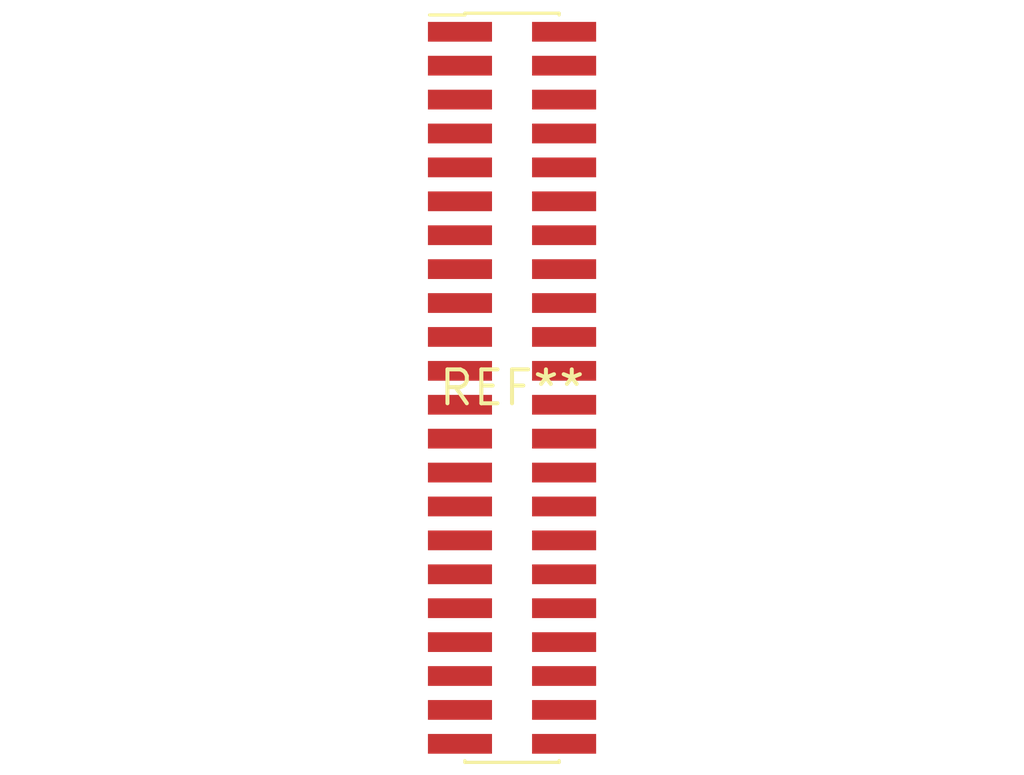
<source format=kicad_pcb>
(kicad_pcb (version 20240108) (generator pcbnew)
  (layers (0 "F.Cu" signal) (31 "B.Cu" signal) (34 "B.Paste" user) (35 "F.Paste" user) (36 "B.SilkS" user "B.Silkscreen") (37 "F.SilkS" user "F.Silkscreen") (38 "B.Mask" user) (39 "F.Mask" user) (44 "Edge.Cuts" user))
  (net 0 "")
  (footprint "PinHeader_2x22_P1.27mm_Vertical_SMD" (layer "F.Cu") (at 0 0)
    (property "Reference" "REF**")
    (property "Value" "PinHeader_2x22_P1.27mm_Vertical_SMD")
    (fp_line (start -3.09 -13.965) (end -1.765 -13.965) (layer "F.SilkS") (stroke (width 0.12)))
    (fp_line (start -1.765 -14.03) (end -1.765 -13.965) (layer "F.SilkS") (stroke (width 0.12)))
    (fp_line (start -1.765 -14.03) (end 1.765 -14.03) (layer "F.SilkS") (stroke (width 0.12)))
    (fp_line (start -1.765 13.965) (end -1.765 14.03) (layer "F.SilkS") (stroke (width 0.12)))
    (fp_line (start -1.765 14.03) (end 1.765 14.03) (layer "F.SilkS") (stroke (width 0.12)))
    (fp_line (start 1.765 -14.03) (end 1.765 -13.965) (layer "F.SilkS") (stroke (width 0.12)))
    (fp_line (start 1.765 13.965) (end 1.765 14.03) (layer "F.SilkS") (stroke (width 0.12)))
    (pad "1" smd rect (at -1.95 -13.335) (size 2.4 0.74) (layers "F.Cu" "F.Paste" "F.Mask"))
    (pad "2" smd rect (at 1.95 -13.335) (size 2.4 0.74) (layers "F.Cu" "F.Paste" "F.Mask"))
    (pad "3" smd rect (at -1.95 -12.065) (size 2.4 0.74) (layers "F.Cu" "F.Paste" "F.Mask"))
    (pad "4" smd rect (at 1.95 -12.065) (size 2.4 0.74) (layers "F.Cu" "F.Paste" "F.Mask"))
    (pad "5" smd rect (at -1.95 -10.795) (size 2.4 0.74) (layers "F.Cu" "F.Paste" "F.Mask"))
    (pad "6" smd rect (at 1.95 -10.795) (size 2.4 0.74) (layers "F.Cu" "F.Paste" "F.Mask"))
    (pad "7" smd rect (at -1.95 -9.525) (size 2.4 0.74) (layers "F.Cu" "F.Paste" "F.Mask"))
    (pad "8" smd rect (at 1.95 -9.525) (size 2.4 0.74) (layers "F.Cu" "F.Paste" "F.Mask"))
    (pad "9" smd rect (at -1.95 -8.255) (size 2.4 0.74) (layers "F.Cu" "F.Paste" "F.Mask"))
    (pad "10" smd rect (at 1.95 -8.255) (size 2.4 0.74) (layers "F.Cu" "F.Paste" "F.Mask"))
    (pad "11" smd rect (at -1.95 -6.985) (size 2.4 0.74) (layers "F.Cu" "F.Paste" "F.Mask"))
    (pad "12" smd rect (at 1.95 -6.985) (size 2.4 0.74) (layers "F.Cu" "F.Paste" "F.Mask"))
    (pad "13" smd rect (at -1.95 -5.715) (size 2.4 0.74) (layers "F.Cu" "F.Paste" "F.Mask"))
    (pad "14" smd rect (at 1.95 -5.715) (size 2.4 0.74) (layers "F.Cu" "F.Paste" "F.Mask"))
    (pad "15" smd rect (at -1.95 -4.445) (size 2.4 0.74) (layers "F.Cu" "F.Paste" "F.Mask"))
    (pad "16" smd rect (at 1.95 -4.445) (size 2.4 0.74) (layers "F.Cu" "F.Paste" "F.Mask"))
    (pad "17" smd rect (at -1.95 -3.175) (size 2.4 0.74) (layers "F.Cu" "F.Paste" "F.Mask"))
    (pad "18" smd rect (at 1.95 -3.175) (size 2.4 0.74) (layers "F.Cu" "F.Paste" "F.Mask"))
    (pad "19" smd rect (at -1.95 -1.905) (size 2.4 0.74) (layers "F.Cu" "F.Paste" "F.Mask"))
    (pad "20" smd rect (at 1.95 -1.905) (size 2.4 0.74) (layers "F.Cu" "F.Paste" "F.Mask"))
    (pad "21" smd rect (at -1.95 -0.635) (size 2.4 0.74) (layers "F.Cu" "F.Paste" "F.Mask"))
    (pad "22" smd rect (at 1.95 -0.635) (size 2.4 0.74) (layers "F.Cu" "F.Paste" "F.Mask"))
    (pad "23" smd rect (at -1.95 0.635) (size 2.4 0.74) (layers "F.Cu" "F.Paste" "F.Mask"))
    (pad "24" smd rect (at 1.95 0.635) (size 2.4 0.74) (layers "F.Cu" "F.Paste" "F.Mask"))
    (pad "25" smd rect (at -1.95 1.905) (size 2.4 0.74) (layers "F.Cu" "F.Paste" "F.Mask"))
    (pad "26" smd rect (at 1.95 1.905) (size 2.4 0.74) (layers "F.Cu" "F.Paste" "F.Mask"))
    (pad "27" smd rect (at -1.95 3.175) (size 2.4 0.74) (layers "F.Cu" "F.Paste" "F.Mask"))
    (pad "28" smd rect (at 1.95 3.175) (size 2.4 0.74) (layers "F.Cu" "F.Paste" "F.Mask"))
    (pad "29" smd rect (at -1.95 4.445) (size 2.4 0.74) (layers "F.Cu" "F.Paste" "F.Mask"))
    (pad "30" smd rect (at 1.95 4.445) (size 2.4 0.74) (layers "F.Cu" "F.Paste" "F.Mask"))
    (pad "31" smd rect (at -1.95 5.715) (size 2.4 0.74) (layers "F.Cu" "F.Paste" "F.Mask"))
    (pad "32" smd rect (at 1.95 5.715) (size 2.4 0.74) (layers "F.Cu" "F.Paste" "F.Mask"))
    (pad "33" smd rect (at -1.95 6.985) (size 2.4 0.74) (layers "F.Cu" "F.Paste" "F.Mask"))
    (pad "34" smd rect (at 1.95 6.985) (size 2.4 0.74) (layers "F.Cu" "F.Paste" "F.Mask"))
    (pad "35" smd rect (at -1.95 8.255) (size 2.4 0.74) (layers "F.Cu" "F.Paste" "F.Mask"))
    (pad "36" smd rect (at 1.95 8.255) (size 2.4 0.74) (layers "F.Cu" "F.Paste" "F.Mask"))
    (pad "37" smd rect (at -1.95 9.525) (size 2.4 0.74) (layers "F.Cu" "F.Paste" "F.Mask"))
    (pad "38" smd rect (at 1.95 9.525) (size 2.4 0.74) (layers "F.Cu" "F.Paste" "F.Mask"))
    (pad "39" smd rect (at -1.95 10.795) (size 2.4 0.74) (layers "F.Cu" "F.Paste" "F.Mask"))
    (pad "40" smd rect (at 1.95 10.795) (size 2.4 0.74) (layers "F.Cu" "F.Paste" "F.Mask"))
    (pad "41" smd rect (at -1.95 12.065) (size 2.4 0.74) (layers "F.Cu" "F.Paste" "F.Mask"))
    (pad "42" smd rect (at 1.95 12.065) (size 2.4 0.74) (layers "F.Cu" "F.Paste" "F.Mask"))
    (pad "43" smd rect (at -1.95 13.335) (size 2.4 0.74) (layers "F.Cu" "F.Paste" "F.Mask"))
    (pad "44" smd rect (at 1.95 13.335) (size 2.4 0.74) (layers "F.Cu" "F.Paste" "F.Mask"))
  )
)
</source>
